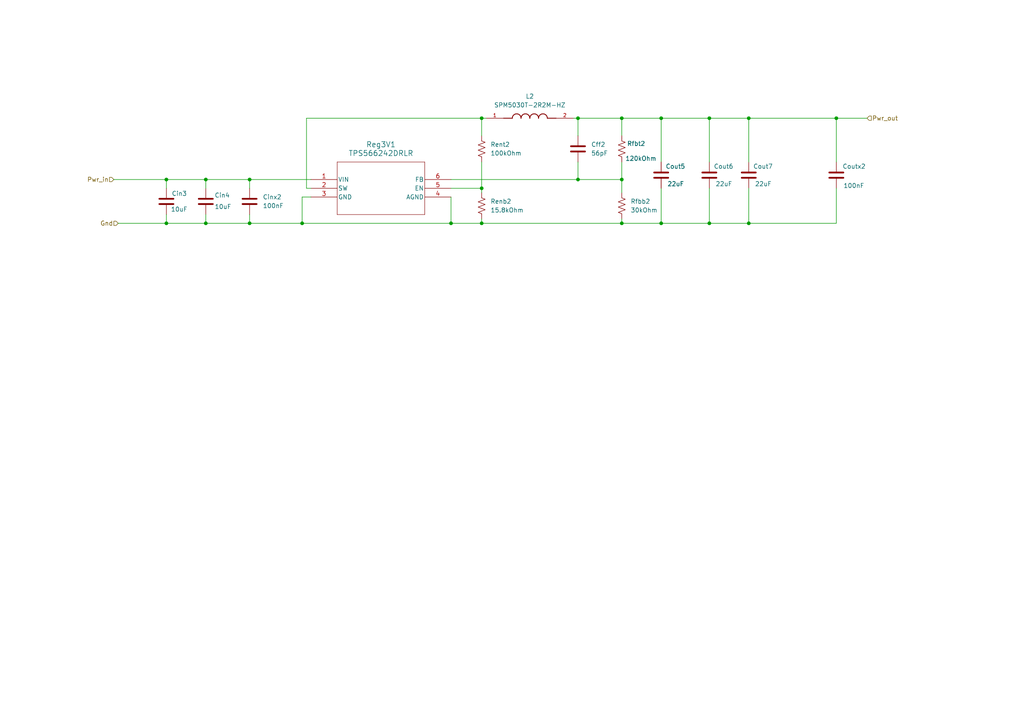
<source format=kicad_sch>
(kicad_sch (version 20231120) (generator "eeschema") (generator_version "8.0")
  (paper "A4")
  (lib_symbols
    (symbol "2025-03-05_03-11-59:TPS566242DRLR" (pin_names (offset 0.254))
      (property "Reference" "U" (at 20.32 10.16 0))
      (property "Value" "TPS566242DRLR" (at 20.32 7.62 0))
      (symbol "TPS566242DRLR_0_1"
        (polyline (pts (xy 7.62 -10.16) (xy 33.02 -10.16)) (stroke (width 0.127)))
        (polyline (pts (xy 7.62 5.08) (xy 7.62 -10.16)) (stroke (width 0.127)))
        (polyline (pts (xy 33.02 -10.16) (xy 33.02 5.08)) (stroke (width 0.127)))
        (polyline (pts (xy 33.02 5.08) (xy 7.62 5.08)) (stroke (width 0.127)))
        (pin input line (at 0 0 0) (length 7.62) (name "VIN") (number "1"))
        (pin output line (at 0 -2.54 0) (length 7.62) (name "SW") (number "2"))
        (pin power_out line (at 0 -5.08 0) (length 7.62) (name "GND") (number "3"))
        (pin power_out line (at 40.64 -5.08 180) (length 7.62) (name "AGND") (number "4"))
        (pin input line (at 40.64 -2.54 180) (length 7.62) (name "EN") (number "5"))
        (pin input line (at 40.64 0 180) (length 7.62) (name "FB") (number "6"))
      )
    )
    (symbol "Device:C" (pin_numbers hide) (pin_names (offset 0.254))
      (property "Reference" "C" (at 0.635 2.54 0))
      (property "Value" "C" (at 0.635 -2.54 0))
      (symbol "C_0_1"
        (polyline (pts (xy -2.032 -0.762) (xy 2.032 -0.762)) (stroke (width 0.508)))
        (polyline (pts (xy -2.032 0.762) (xy 2.032 0.762)) (stroke (width 0.508)))
      )
      (symbol "C_1_1"
        (pin passive line (at 0 3.81 270) (length 2.794) (name "~") (number "1"))
        (pin passive line (at 0 -3.81 90) (length 2.794) (name "~") (number "2"))
      )
    )
    (symbol "Device:R_US" (pin_numbers hide) (pin_names (offset 0))
      (property "Reference" "R" (at 2.54 0 90))
      (property "Value" "R_US" (at -2.54 0 90))
      (symbol "R_US_0_1"
        (polyline (pts (xy 0 -2.286) (xy 0 -2.54)))
        (polyline (pts (xy 0 2.286) (xy 0 2.54)))
        (polyline (pts (xy 0 -0.762) (xy 1.016 -1.143) (xy 0 -1.524) (xy -1.016 -1.905) (xy 0 -2.286)))
        (polyline (pts (xy 0 0.762) (xy 1.016 0.381) (xy 0 0) (xy -1.016 -0.381) (xy 0 -0.762)))
        (polyline (pts (xy 0 2.286) (xy 1.016 1.905) (xy 0 1.524) (xy -1.016 1.143) (xy 0 0.762)))
      )
      (symbol "R_US_1_1"
        (pin passive line (at 0 3.81 270) (length 1.27) (name "~") (number "1"))
        (pin passive line (at 0 -3.81 90) (length 1.27) (name "~") (number "2"))
      )
    )
    (symbol "SPM5030T-2R2M-HZ:SPM5030T-2R2M-HZ" (pin_names (offset 1.016))
      (property "Reference" "L" (at -10.16 5.08 0))
      (property "Value" "SPM5030T-2R2M-HZ" (at -10.16 -5.08 0))
      (symbol "SPM5030T-2R2M-HZ_0_0"
        (arc (start -2.54 0) (mid -3.81 1.2645) (end -5.08 0) (stroke (width 0.254)))
        (arc (start 0 0) (mid -1.27 1.2645) (end -2.54 0) (stroke (width 0.254)))
        (polyline (pts (xy -5.08 0) (xy -7.62 0)) (stroke (width 0.254)))
        (polyline (pts (xy 5.08 0) (xy 7.62 0)) (stroke (width 0.254)))
        (arc (start 2.54 0) (mid 1.27 1.2645) (end 0 0) (stroke (width 0.254)))
        (arc (start 5.08 0) (mid 3.81 1.2645) (end 2.54 0) (stroke (width 0.254)))
        (pin passive line (at -12.7 0 0) (length 5.08) (name "~") (number "1"))
        (pin passive line (at 12.7 0 180) (length 5.08) (name "~") (number "2"))
      )
    )
  )
  (junction (at 59.69 64.77))
  (junction (at 87.63 64.77))
  (junction (at 167.64 34.29))
  (junction (at 130.81 64.77))
  (junction (at 217.17 34.29))
  (junction (at 48.26 52.07))
  (junction (at 139.7 34.29))
  (junction (at 139.7 64.77))
  (junction (at 48.26 64.77))
  (junction (at 191.77 34.29))
  (junction (at 205.74 34.29))
  (junction (at 180.34 64.77))
  (junction (at 180.34 52.07))
  (junction (at 139.7 54.61))
  (junction (at 180.34 34.29))
  (junction (at 217.17 64.77))
  (junction (at 205.74 64.77))
  (junction (at 72.39 52.07))
  (junction (at 167.64 52.07))
  (junction (at 59.69 52.07))
  (junction (at 72.39 64.77))
  (junction (at 191.77 64.77))
  (junction (at 242.57 34.29))
  (wire (pts (xy 180.34 46.99) (xy 180.34 52.07)))
  (wire (pts (xy 48.26 52.07) (xy 59.69 52.07)))
  (wire (pts (xy 180.34 52.07) (xy 180.34 55.88)))
  (wire (pts (xy 242.57 54.61) (xy 242.57 64.77)))
  (wire (pts (xy 217.17 34.29) (xy 217.17 46.99)))
  (wire (pts (xy 48.26 62.23) (xy 48.26 64.77)))
  (wire (pts (xy 191.77 54.61) (xy 191.77 64.77)))
  (wire (pts (xy 72.39 64.77) (xy 87.63 64.77)))
  (wire (pts (xy 167.64 34.29) (xy 166.37 34.29)))
  (wire (pts (xy 205.74 34.29) (xy 217.17 34.29)))
  (wire (pts (xy 139.7 64.77) (xy 180.34 64.77)))
  (wire (pts (xy 167.64 34.29) (xy 167.64 39.37)))
  (wire (pts (xy 180.34 34.29) (xy 191.77 34.29)))
  (wire (pts (xy 139.7 34.29) (xy 88.9 34.29)))
  (wire (pts (xy 139.7 54.61) (xy 139.7 55.88)))
  (wire (pts (xy 130.81 52.07) (xy 167.64 52.07)))
  (wire (pts (xy 48.26 52.07) (xy 48.26 54.61)))
  (wire (pts (xy 34.29 64.77) (xy 48.26 64.77)))
  (wire (pts (xy 139.7 63.5) (xy 139.7 64.77)))
  (wire (pts (xy 87.63 57.15) (xy 90.17 57.15)))
  (wire (pts (xy 88.9 54.61) (xy 90.17 54.61)))
  (wire (pts (xy 191.77 34.29) (xy 205.74 34.29)))
  (wire (pts (xy 59.69 62.23) (xy 59.69 64.77)))
  (wire (pts (xy 180.34 63.5) (xy 180.34 64.77)))
  (wire (pts (xy 167.64 34.29) (xy 180.34 34.29)))
  (wire (pts (xy 205.74 34.29) (xy 205.74 46.99)))
  (wire (pts (xy 217.17 64.77) (xy 242.57 64.77)))
  (wire (pts (xy 205.74 64.77) (xy 191.77 64.77)))
  (wire (pts (xy 72.39 52.07) (xy 90.17 52.07)))
  (wire (pts (xy 59.69 52.07) (xy 72.39 52.07)))
  (wire (pts (xy 180.34 34.29) (xy 180.34 39.37)))
  (wire (pts (xy 217.17 54.61) (xy 217.17 64.77)))
  (wire (pts (xy 33.02 52.07) (xy 48.26 52.07)))
  (wire (pts (xy 242.57 34.29) (xy 242.57 46.99)))
  (wire (pts (xy 72.39 62.23) (xy 72.39 64.77)))
  (wire (pts (xy 59.69 64.77) (xy 72.39 64.77)))
  (wire (pts (xy 130.81 64.77) (xy 87.63 64.77)))
  (wire (pts (xy 180.34 64.77) (xy 191.77 64.77)))
  (wire (pts (xy 180.34 52.07) (xy 167.64 52.07)))
  (wire (pts (xy 205.74 54.61) (xy 205.74 64.77)))
  (wire (pts (xy 139.7 34.29) (xy 140.97 34.29)))
  (wire (pts (xy 130.81 57.15) (xy 130.81 64.77)))
  (wire (pts (xy 191.77 34.29) (xy 191.77 46.99)))
  (wire (pts (xy 130.81 64.77) (xy 139.7 64.77)))
  (wire (pts (xy 139.7 46.99) (xy 139.7 54.61)))
  (wire (pts (xy 242.57 34.29) (xy 251.46 34.29)))
  (wire (pts (xy 217.17 34.29) (xy 242.57 34.29)))
  (wire (pts (xy 88.9 34.29) (xy 88.9 54.61)))
  (wire (pts (xy 72.39 52.07) (xy 72.39 54.61)))
  (wire (pts (xy 48.26 64.77) (xy 59.69 64.77)))
  (wire (pts (xy 59.69 52.07) (xy 59.69 54.61)))
  (wire (pts (xy 167.64 46.99) (xy 167.64 52.07)))
  (wire (pts (xy 139.7 34.29) (xy 139.7 39.37)))
  (wire (pts (xy 87.63 64.77) (xy 87.63 57.15)))
  (wire (pts (xy 217.17 64.77) (xy 205.74 64.77)))
  (wire (pts (xy 130.81 54.61) (xy 139.7 54.61)))
  (hierarchical_label "Pwr_out" (shape input) (at 251.46 34.29 0))
  (hierarchical_label "Pwr_in" (shape input) (at 33.02 52.07 180))
  (hierarchical_label "Gnd" (shape input) (at 34.29 64.77 180))
  (symbol (lib_id "2025-03-05_03-11-59:TPS566242DRLR") (at 90.17 52.07 0) (unit 1)
    (property "Reference" "Reg3V1" (at 110.49 41.91 0) (effects (font (size 1.524 1.524))))
    (property "Value" "TPS566242DRLR" (at 110.49 44.45 0) (effects (font (size 1.524 1.524))))
    (property "Footprint" "CustomLibrary:SOT5x3_DRL_TEX" (effects (hide yes)))
    (property "Datasheet" "TPS566242DRLR" (effects (hide yes)))
  )
  (symbol (lib_id "Device:C") (at 59.69 58.42 0) (unit 1)
    (property "Reference" "Cin4" (at 62.23 56.642 0) (effects (justify left)))
    (property "Value" "10uF" (at 62.23 59.944 0) (effects (justify left)))
    (property "Footprint" "Capacitor_SMD:C_0805_2012Metric_Pad1.18x1.45mm_HandSolder" (effects (hide yes)))
    (property "Description" "Unpolarized capacitor" (effects (hide yes)))
  )
  (symbol (lib_id "Device:C") (at 242.57 50.8 0) (unit 1)
    (property "Reference" "Coutx2" (at 244.348 48.26 0) (effects (justify left)))
    (property "Value" "100nF" (at 244.602 53.848 0) (effects (justify left)))
    (property "Footprint" "Capacitor_SMD:C_0805_2012Metric_Pad1.18x1.45mm_HandSolder" (effects (hide yes)))
    (property "Description" "Unpolarized capacitor" (effects (hide yes)))
  )
  (symbol (lib_id "Device:C") (at 205.74 50.8 0) (unit 1)
    (property "Reference" "Cout6" (at 207.01 48.26 0) (effects (justify left)))
    (property "Value" "22uF" (at 207.518 53.34 0) (effects (justify left)))
    (property "Footprint" "Capacitor_SMD:C_0805_2012Metric_Pad1.18x1.45mm_HandSolder" (effects (hide yes)))
    (property "Description" "Unpolarized capacitor" (effects (hide yes)))
  )
  (symbol (lib_id "Device:C") (at 48.26 58.42 0) (unit 1)
    (property "Reference" "Cin3" (at 49.784 56.134 0) (effects (justify left)))
    (property "Value" "10uF" (at 49.53 60.706 0) (effects (justify left)))
    (property "Footprint" "Capacitor_SMD:C_0805_2012Metric_Pad1.18x1.45mm_HandSolder" (effects (hide yes)))
    (property "Description" "Unpolarized capacitor" (effects (hide yes)))
  )
  (symbol (lib_id "SPM5030T-2R2M-HZ:SPM5030T-2R2M-HZ") (at 153.67 34.29 0) (unit 1)
    (property "Reference" "L2" (at 153.67 27.94 0))
    (property "Value" "SPM5030T-2R2M-HZ" (at 153.67 30.48 0))
    (property "Footprint" "CustomLibrary:IND_SPM5030T-2R2M-HZ" (effects (hide yes)))
    (property "MF" "TDK" (effects (hide yes)))
    (property "MAXIMUM_PACKAGE_HEIGHT" "3.0 mm" (effects (hide yes)))
    (property "Package" "NON STANDARD-2 TDK" (effects (hide yes)))
    (property "Price" "None" (effects (hide yes)))
    (property "Check_prices" "https://www.snapeda.com/parts/SPM5030T-2R2M-HZ/TDK/view-part/?ref=eda" (effects (hide yes)))
    (property "STANDARD" "Manufacturer Recommendations" (effects (hide yes)))
    (property "PARTREV" "20210423" (effects (hide yes)))
    (property "SnapEDA_Link" "https://www.snapeda.com/parts/SPM5030T-2R2M-HZ/TDK/view-part/?ref=snap" (effects (hide yes)))
    (property "MP" "SPM5030T-2R2M-HZ" (effects (hide yes)))
    (property "Description_1" "\n                        \n                            Inductor Power Shielded Wirewound 2.2uH 20% 100KHz Metal 8.5A 0.0213Ohm DCR Automotive T/R\n                        \n" (effects (hide yes)))
    (property "Availability" "In Stock" (effects (hide yes)))
    (property "MANUFACTURER" "TDK" (effects (hide yes)))
  )
  (symbol (lib_id "Device:R_US") (at 139.7 59.69 0) (unit 1)
    (property "Reference" "Renb2" (at 142.24 58.4199 0) (effects (justify left)))
    (property "Value" "15.8kOhm" (at 142.24 60.9599 0) (effects (justify left)))
    (property "Footprint" "Resistor_SMD:R_0805_2012Metric_Pad1.20x1.40mm_HandSolder" (effects (hide yes)))
    (property "Description" "Resistor, US symbol" (effects (hide yes)))
  )
  (symbol (lib_id "Device:C") (at 191.77 50.8 0) (unit 1)
    (property "Reference" "Cout5" (at 193.04 48.26 0) (effects (justify left)))
    (property "Value" "22uF" (at 193.548 53.34 0) (effects (justify left)))
    (property "Footprint" "Capacitor_SMD:C_0805_2012Metric_Pad1.18x1.45mm_HandSolder" (effects (hide yes)))
    (property "Description" "Unpolarized capacitor" (effects (hide yes)))
  )
  (symbol (lib_id "Device:R_US") (at 180.34 43.18 0) (unit 1)
    (property "Reference" "Rfbt2" (at 181.864 41.656 0) (effects (justify left)))
    (property "Value" "120kOhm" (at 181.356 45.974 0) (effects (justify left)))
    (property "Footprint" "Resistor_SMD:R_0805_2012Metric_Pad1.20x1.40mm_HandSolder" (effects (hide yes)))
    (property "Description" "Resistor, US symbol" (effects (hide yes)))
  )
  (symbol (lib_id "Device:C") (at 72.39 58.42 0) (unit 1)
    (property "Reference" "Cinx2" (at 76.2 57.1499 0) (effects (justify left)))
    (property "Value" "100nF" (at 76.2 59.6899 0) (effects (justify left)))
    (property "Footprint" "Capacitor_SMD:C_0805_2012Metric_Pad1.18x1.45mm_HandSolder" (effects (hide yes)))
    (property "Description" "Unpolarized capacitor" (effects (hide yes)))
  )
  (symbol (lib_id "Device:C") (at 167.64 43.18 0) (unit 1)
    (property "Reference" "Cff2" (at 171.45 41.9099 0) (effects (justify left)))
    (property "Value" "56pF" (at 171.45 44.4499 0) (effects (justify left)))
    (property "Footprint" "Capacitor_SMD:C_0805_2012Metric_Pad1.18x1.45mm_HandSolder" (effects (hide yes)))
    (property "Description" "Unpolarized capacitor" (effects (hide yes)))
  )
  (symbol (lib_id "Device:C") (at 217.17 50.8 0) (unit 1)
    (property "Reference" "Cout7" (at 218.44 48.26 0) (effects (justify left)))
    (property "Value" "22uF" (at 218.948 53.34 0) (effects (justify left)))
    (property "Footprint" "Capacitor_SMD:C_0805_2012Metric_Pad1.18x1.45mm_HandSolder" (effects (hide yes)))
    (property "Description" "Unpolarized capacitor" (effects (hide yes)))
  )
  (symbol (lib_id "Device:R_US") (at 139.7 43.18 0) (unit 1)
    (property "Reference" "Rent2" (at 142.24 41.9099 0) (effects (justify left)))
    (property "Value" "100kOhm" (at 142.24 44.4499 0) (effects (justify left)))
    (property "Footprint" "Resistor_SMD:R_0805_2012Metric_Pad1.20x1.40mm_HandSolder" (effects (hide yes)))
    (property "Description" "Resistor, US symbol" (effects (hide yes)))
  )
  (symbol (lib_id "Device:R_US") (at 180.34 59.69 0) (unit 1)
    (property "Reference" "Rfbb2" (at 182.88 58.4199 0) (effects (justify left)))
    (property "Value" "30kOhm" (at 182.88 60.9599 0) (effects (justify left)))
    (property "Footprint" "Resistor_SMD:R_0805_2012Metric_Pad1.20x1.40mm_HandSolder" (effects (hide yes)))
    (property "Description" "Resistor, US symbol" (effects (hide yes)))
  )
)
</source>
